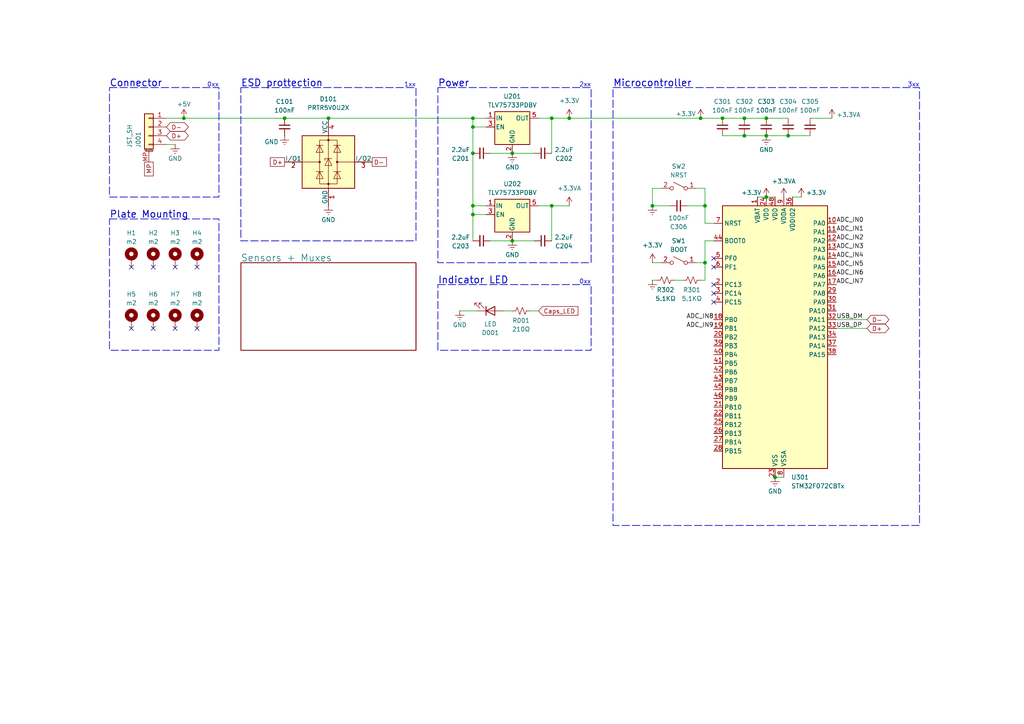
<source format=kicad_sch>
(kicad_sch (version 20250114) (generator "eeschema") (generator_version "9.0")
  (paper "A4")
  (lib_symbols
    (symbol "Connector_Generic_MountingPin:Conn_01x04_MountingPin" (pin_names (offset 1.016) (hide yes))
      (property "Reference" "J" (at 0 5.08 0))
      (property "Value" "Conn_01x04_MountingPin" (at 1.27 -7.62 0))
      (symbol "Conn_01x04_MountingPin_1_1"
        (rectangle (start -1.27 3.81) (end 1.27 -6.35) (stroke (width 0.254)) (fill (type background)))
        (rectangle (start -1.27 2.667) (end 0 2.413) (stroke (width 0.1524)))
        (rectangle (start -1.27 0.127) (end 0 -0.127) (stroke (width 0.1524)))
        (rectangle (start -1.27 -2.413) (end 0 -2.667) (stroke (width 0.1524)))
        (rectangle (start -1.27 -4.953) (end 0 -5.207) (stroke (width 0.1524)))
        (polyline (pts (xy -1.016 -7.112) (xy 1.016 -7.112)) (stroke (width 0.1524)))
        (text "Mounting" (at 0 -6.731 0) (effects (font (size 0.381 0.381))))
        (pin passive line (at -5.08 2.54 0) (length 3.81) (name "Pin_1") (number "1"))
        (pin passive line (at -5.08 0 0) (length 3.81) (name "Pin_2") (number "2"))
        (pin passive line (at -5.08 -2.54 0) (length 3.81) (name "Pin_3") (number "3"))
        (pin passive line (at -5.08 -5.08 0) (length 3.81) (name "Pin_4") (number "4"))
        (pin passive line (at 0 -10.16 90) (length 3.048) (name "MountPin") (number "MP"))
      )
    )
    (symbol "Device:C_Small" (pin_numbers (hide yes)) (pin_names (offset 0.254) (hide yes))
      (property "Reference" "C" (at 0.254 1.778 0))
      (property "Value" "C_Small" (at 0.254 -2.032 0))
      (symbol "C_Small_0_1"
        (polyline (pts (xy -1.524 0.508) (xy 1.524 0.508)) (stroke (width 0.3048)))
        (polyline (pts (xy -1.524 -0.508) (xy 1.524 -0.508)) (stroke (width 0.3302)))
      )
      (symbol "C_Small_1_1"
        (pin passive line (at 0 2.54 270) (length 2.032) (name "~") (number "1"))
        (pin passive line (at 0 -2.54 90) (length 2.032) (name "~") (number "2"))
      )
    )
    (symbol "Device:LED" (pin_numbers (hide yes)) (pin_names (offset 1.016) (hide yes))
      (property "Reference" "D" (at 0 2.54 0))
      (property "Value" "LED" (at 0 -2.54 0))
      (symbol "LED_0_1"
        (polyline (pts (xy -3.048 -0.762) (xy -4.572 -2.286) (xy -3.81 -2.286) (xy -4.572 -2.286) (xy -4.572 -1.524)))
        (polyline (pts (xy -1.778 -0.762) (xy -3.302 -2.286) (xy -2.54 -2.286) (xy -3.302 -2.286) (xy -3.302 -1.524)))
        (polyline (pts (xy -1.27 0) (xy 1.27 0)))
        (polyline (pts (xy -1.27 -1.27) (xy -1.27 1.27)) (stroke (width 0.254)))
        (polyline (pts (xy 1.27 -1.27) (xy 1.27 1.27) (xy -1.27 0) (xy 1.27 -1.27)) (stroke (width 0.254)))
      )
      (symbol "LED_1_1"
        (pin passive line (at -3.81 0 0) (length 2.54) (name "K") (number "1"))
        (pin passive line (at 3.81 0 180) (length 2.54) (name "A") (number "2"))
      )
    )
    (symbol "Device:R_Small_US" (pin_numbers (hide yes)) (pin_names (offset 0.254) (hide yes))
      (property "Reference" "R" (at 0.762 0.508 0))
      (property "Value" "R_Small_US" (at 0.762 -1.016 0))
      (symbol "R_Small_US_1_1"
        (polyline (pts (xy 0 1.524) (xy 1.016 1.143) (xy 0 0.762) (xy -1.016 0.381) (xy 0 0)))
        (polyline (pts (xy 0 0) (xy 1.016 -0.381) (xy 0 -0.762) (xy -1.016 -1.143) (xy 0 -1.524)))
        (pin passive line (at 0 2.54 270) (length 1.016) (name "~") (number "1"))
        (pin passive line (at 0 -2.54 90) (length 1.016) (name "~") (number "2"))
      )
    )
    (symbol "MCU_ST_STM32F0:STM32F072CBTx"
      (property "Reference" "U" (at -15.24 39.37 0))
      (property "Value" "STM32F072CBTx" (at 7.62 39.37 0))
      (symbol "STM32F072CBTx_0_1"
        (rectangle (start -15.24 -38.1) (end 15.24 38.1) (stroke (width 0.254)) (fill (type background)))
      )
      (symbol "STM32F072CBTx_1_1"
        (pin input line (at -17.78 33.02 0) (length 2.54) (name "NRST") (number "7"))
        (pin input line (at -17.78 27.94 0) (length 2.54) (name "BOOT0") (number "44"))
        (pin bidirectional line (at -17.78 22.86 0) (length 2.54) (name "PF0") (number "5"))
        (pin bidirectional line (at -17.78 20.32 0) (length 2.54) (name "PF1") (number "6"))
        (pin bidirectional line (at -17.78 15.24 0) (length 2.54) (name "PC13") (number "2"))
        (pin bidirectional line (at -17.78 12.7 0) (length 2.54) (name "PC14") (number "3"))
        (pin bidirectional line (at -17.78 10.16 0) (length 2.54) (name "PC15") (number "4"))
        (pin bidirectional line (at -17.78 5.08 0) (length 2.54) (name "PB0") (number "18"))
        (pin bidirectional line (at -17.78 2.54 0) (length 2.54) (name "PB1") (number "19"))
        (pin bidirectional line (at -17.78 0 0) (length 2.54) (name "PB2") (number "20"))
        (pin bidirectional line (at -17.78 -2.54 0) (length 2.54) (name "PB3") (number "39"))
        (pin bidirectional line (at -17.78 -5.08 0) (length 2.54) (name "PB4") (number "40"))
        (pin bidirectional line (at -17.78 -7.62 0) (length 2.54) (name "PB5") (number "41"))
        (pin bidirectional line (at -17.78 -10.16 0) (length 2.54) (name "PB6") (number "42"))
        (pin bidirectional line (at -17.78 -12.7 0) (length 2.54) (name "PB7") (number "43"))
        (pin bidirectional line (at -17.78 -15.24 0) (length 2.54) (name "PB8") (number "45"))
        (pin bidirectional line (at -17.78 -17.78 0) (length 2.54) (name "PB9") (number "46"))
        (pin bidirectional line (at -17.78 -20.32 0) (length 2.54) (name "PB10") (number "21"))
        (pin bidirectional line (at -17.78 -22.86 0) (length 2.54) (name "PB11") (number "22"))
        (pin bidirectional line (at -17.78 -25.4 0) (length 2.54) (name "PB12") (number "25"))
        (pin bidirectional line (at -17.78 -27.94 0) (length 2.54) (name "PB13") (number "26"))
        (pin bidirectional line (at -17.78 -30.48 0) (length 2.54) (name "PB14") (number "27"))
        (pin bidirectional line (at -17.78 -33.02 0) (length 2.54) (name "PB15") (number "28"))
        (pin power_in line (at -5.08 40.64 270) (length 2.54) (name "VBAT") (number "1"))
        (pin power_in line (at -2.54 40.64 270) (length 2.54) (name "VDD") (number "24"))
        (pin power_in line (at 0 40.64 270) (length 2.54) (name "VDD") (number "48"))
        (pin power_in line (at 0 -40.64 90) (length 2.54) (name "VSS") (number "23"))
        (pin passive line (at 0 -40.64 90) (length 2.54) (hide yes) (name "VSS") (number "35"))
        (pin passive line (at 0 -40.64 90) (length 2.54) (hide yes) (name "VSS") (number "47"))
        (pin power_in line (at 2.54 40.64 270) (length 2.54) (name "VDDA") (number "9"))
        (pin power_in line (at 2.54 -40.64 90) (length 2.54) (name "VSSA") (number "8"))
        (pin power_in line (at 5.08 40.64 270) (length 2.54) (name "VDDIO2") (number "36"))
        (pin bidirectional line (at 17.78 33.02 180) (length 2.54) (name "PA0") (number "10"))
        (pin bidirectional line (at 17.78 30.48 180) (length 2.54) (name "PA1") (number "11"))
        (pin bidirectional line (at 17.78 27.94 180) (length 2.54) (name "PA2") (number "12"))
        (pin bidirectional line (at 17.78 25.4 180) (length 2.54) (name "PA3") (number "13"))
        (pin bidirectional line (at 17.78 22.86 180) (length 2.54) (name "PA4") (number "14"))
        (pin bidirectional line (at 17.78 20.32 180) (length 2.54) (name "PA5") (number "15"))
        (pin bidirectional line (at 17.78 17.78 180) (length 2.54) (name "PA6") (number "16"))
        (pin bidirectional line (at 17.78 15.24 180) (length 2.54) (name "PA7") (number "17"))
        (pin bidirectional line (at 17.78 12.7 180) (length 2.54) (name "PA8") (number "29"))
        (pin bidirectional line (at 17.78 10.16 180) (length 2.54) (name "PA9") (number "30"))
        (pin bidirectional line (at 17.78 7.62 180) (length 2.54) (name "PA10") (number "31"))
        (pin bidirectional line (at 17.78 5.08 180) (length 2.54) (name "PA11") (number "32"))
        (pin bidirectional line (at 17.78 2.54 180) (length 2.54) (name "PA12") (number "33"))
        (pin bidirectional line (at 17.78 0 180) (length 2.54) (name "PA13") (number "34"))
        (pin bidirectional line (at 17.78 -2.54 180) (length 2.54) (name "PA14") (number "37"))
        (pin bidirectional line (at 17.78 -5.08 180) (length 2.54) (name "PA15") (number "38"))
      )
    )
    (symbol "Mechanical:MountingHole_Pad_MP" (pin_numbers (hide yes)) (pin_names (offset 1.016) (hide yes)) (in_bom no)
      (property "Reference" "H" (at 0 6.35 0))
      (property "Value" "MountingHole_Pad_MP" (at 0 4.445 0))
      (symbol "MountingHole_Pad_MP_0_1"
        (circle (center 0 1.27) (radius 1.27) (stroke (width 1.27)))
      )
      (symbol "MountingHole_Pad_MP_1_1"
        (pin input line (at 0 -2.54 90) (length 2.54) (name "MP") (number "MP"))
      )
    )
    (symbol "Power_Protection:PRTR5V0U2X" (pin_names (offset 0))
      (property "Reference" "D" (at 2.794 8.636 0))
      (property "Value" "PRTR5V0U2X" (at 8.128 -9.398 0))
      (symbol "PRTR5V0U2X_0_1"
        (rectangle (start -7.62 -7.62) (end 7.62 7.62) (stroke (width 0.254)) (fill (type background)))
        (polyline (pts (xy -3.556 2.794) (xy -1.524 2.794) (xy -2.54 4.826) (xy -3.556 2.794)))
        (polyline (pts (xy -3.556 -4.826) (xy -1.524 -4.826) (xy -2.54 -2.794) (xy -3.556 -4.826)))
        (rectangle (start -2.54 6.35) (end 2.54 -6.35))
        (circle (center -2.54 0) (radius 0.254) (fill (type outline)))
        (polyline (pts (xy -2.54 0) (xy -7.62 0)))
        (polyline (pts (xy -1.524 4.826) (xy -3.556 4.826)))
        (polyline (pts (xy -1.524 -2.794) (xy -3.556 -2.794)))
        (polyline (pts (xy -1.016 -1.016) (xy 1.016 -1.016) (xy 0 1.016) (xy -1.016 -1.016)))
        (circle (center 0 6.35) (radius 0.254) (fill (type outline)))
        (circle (center 0 -6.35) (radius 0.254) (fill (type outline)))
        (polyline (pts (xy 0 -7.62) (xy 0 7.62)))
        (polyline (pts (xy 1.016 1.016) (xy -1.016 1.016) (xy -1.016 0.508)))
        (polyline (pts (xy 1.524 4.826) (xy 3.556 4.826)))
        (polyline (pts (xy 1.524 -2.794) (xy 3.556 -2.794)))
        (polyline (pts (xy 2.54 0) (xy 7.62 0)))
        (circle (center 2.54 0) (radius 0.254) (fill (type outline)))
        (polyline (pts (xy 3.556 2.794) (xy 1.524 2.794) (xy 2.54 4.826) (xy 3.556 2.794)))
        (polyline (pts (xy 3.556 -4.826) (xy 1.524 -4.826) (xy 2.54 -2.794) (xy 3.556 -4.826)))
      )
      (symbol "PRTR5V0U2X_1_1"
        (pin passive line (at -12.7 0 0) (length 5.08) (name "I/O1") (number "2"))
        (pin passive line (at 0 12.7 270) (length 5.08) (name "VCC") (number "4"))
        (pin passive line (at 0 -12.7 90) (length 5.08) (name "GND") (number "1"))
        (pin passive line (at 12.7 0 180) (length 5.08) (name "I/O2") (number "3"))
      )
    )
    (symbol "Regulator_Linear:TLV75733PDBV" (pin_names (offset 0.254))
      (property "Reference" "U" (at -3.81 5.715 0))
      (property "Value" "TLV75733PDBV" (at 0 5.715 0))
      (symbol "TLV75733PDBV_0_1"
        (rectangle (start -5.08 4.445) (end 5.08 -5.08) (stroke (width 0.254)) (fill (type background)))
      )
      (symbol "TLV75733PDBV_1_1"
        (pin power_in line (at -7.62 2.54 0) (length 2.54) (name "IN") (number "1"))
        (pin input line (at -7.62 0 0) (length 2.54) (name "EN") (number "3"))
        (pin power_in line (at 0 -7.62 90) (length 2.54) (name "GND") (number "2"))
        (pin no_connect line (at 5.08 0 180) (length 2.54) (hide yes) (name "NC") (number "4"))
        (pin power_out line (at 7.62 2.54 180) (length 2.54) (name "OUT") (number "5"))
      )
    )
    (symbol "Switch:SW_SPST" (pin_names (offset 0) (hide yes))
      (property "Reference" "SW" (at 0 3.175 0))
      (property "Value" "SW_SPST" (at 0 -2.54 0))
      (symbol "SW_SPST_0_0"
        (circle (center -2.032 0) (radius 0.508))
        (polyline (pts (xy -1.524 0.254) (xy 1.524 1.778)))
        (circle (center 2.032 0) (radius 0.508))
      )
      (symbol "SW_SPST_1_1"
        (pin passive line (at -5.08 0 0) (length 2.54) (name "A") (number "1"))
        (pin passive line (at 5.08 0 180) (length 2.54) (name "B") (number "2"))
      )
    )
    (symbol "power:+3.3V" (power) (pin_numbers (hide yes)) (pin_names (offset 0) (hide yes))
      (property "Value" "+3.3V" (at 0 3.556 0))
      (symbol "+3.3V_0_1"
        (polyline (pts (xy -0.762 1.27) (xy 0 2.54)))
        (polyline (pts (xy 0 2.54) (xy 0.762 1.27)))
        (polyline (pts (xy 0 0) (xy 0 2.54)))
      )
      (symbol "+3.3V_1_1"
        (pin power_in line (at 0 0 90) (length 0) (name "~") (number "1"))
      )
    )
    (symbol "power:+3.3VA" (power) (pin_numbers (hide yes)) (pin_names (offset 0) (hide yes))
      (property "Value" "+3.3VA" (at 0 3.556 0))
      (symbol "+3.3VA_0_1"
        (polyline (pts (xy -0.762 1.27) (xy 0 2.54)))
        (polyline (pts (xy 0 2.54) (xy 0.762 1.27)))
        (polyline (pts (xy 0 0) (xy 0 2.54)))
      )
      (symbol "+3.3VA_1_1"
        (pin power_in line (at 0 0 90) (length 0) (name "~") (number "1"))
      )
    )
    (symbol "power:+5V" (power) (pin_numbers (hide yes)) (pin_names (offset 0) (hide yes))
      (property "Value" "+5V" (at 0 3.556 0))
      (symbol "+5V_0_1"
        (polyline (pts (xy -0.762 1.27) (xy 0 2.54)))
        (polyline (pts (xy 0 2.54) (xy 0.762 1.27)))
        (polyline (pts (xy 0 0) (xy 0 2.54)))
      )
      (symbol "+5V_1_1"
        (pin power_in line (at 0 0 90) (length 0) (name "~") (number "1"))
      )
    )
    (symbol "power:Earth" (power) (pin_numbers (hide yes)) (pin_names (offset 0) (hide yes))
      (property "Value" "Earth" (at 0 -3.81 0))
      (symbol "Earth_0_1"
        (polyline (pts (xy -0.635 -1.905) (xy 0.635 -1.905)))
        (polyline (pts (xy -0.127 -2.54) (xy 0.127 -2.54)))
        (polyline (pts (xy 0 -1.27) (xy 0 0)))
        (polyline (pts (xy 1.27 -1.27) (xy -1.27 -1.27)))
      )
      (symbol "Earth_1_1"
        (pin power_in line (at 0 0 270) (length 0) (name "~") (number "1"))
      )
    )
  )
  (rectangle (start 31.75 63.5) (end 63.5 101.6) (stroke (width 0.2) (type dash)))
  (rectangle (start 127 25.4) (end 171.45 76.2) (stroke (width 0.2) (type dash)))
  (rectangle (start 69.85 25.4) (end 120.65 69.85) (stroke (width 0.2) (type dash)))
  (rectangle (start 31.75 25.4) (end 63.5 57.15) (stroke (width 0.2) (type dash)))
  (rectangle (start 127 82.55) (end 171.45 101.6) (stroke (width 0.2) (type dash)))
  (rectangle (start 177.8 25.4) (end 266.7 152.4) (stroke (width 0.2) (type dash)))
  (text "Connector" (at 31.75 25.4 0) (effects (font (size 2 2) (thickness 0.25)) (justify left bottom)))
  (text "1xx" (at 120.65 25.4 0) (effects (font (size 1.27 1.27)) (justify right bottom)))
  (text "2xx" (at 171.45 25.4 0) (effects (font (size 1.27 1.27)) (justify right bottom)))
  (text "0xx" (at 171.45 82.55 0) (effects (font (size 1.27 1.27)) (justify right bottom)))
  (text "Plate Mounting" (at 31.75 63.5 0) (effects (font (size 2 2) (thickness 0.25)) (justify left bottom)))
  (text "ESD prottection" (at 69.85 25.4 0) (effects (font (size 2 2) (thickness 0.25)) (justify left bottom)))
  (text "3xx" (at 266.7 25.4 0) (effects (font (size 1.27 1.27)) (justify right bottom)))
  (text "Power" (at 127 25.4 0) (effects (font (size 2 2) (thickness 0.25)) (justify left bottom)))
  (text "Microcontroller" (at 177.8 25.4 0) (effects (font (size 2 2) (thickness 0.25)) (justify left bottom)))
  (text "Indicator LED" (at 127 82.55 0) (effects (font (size 2 2) (thickness 0.25)) (justify left bottom)))
  (text "0xx" (at 63.5 25.4 0) (effects (font (size 1.27 1.27)) (justify right bottom)))
  (junction (at 215.9 34.29))
  (junction (at 148.59 69.85))
  (junction (at 189.23 59.69))
  (junction (at 137.16 36.83))
  (junction (at 209.55 34.29))
  (junction (at 222.25 57.15))
  (junction (at 203.2 34.29))
  (junction (at 204.47 59.69))
  (junction (at 165.1 34.29))
  (junction (at 160.02 34.29))
  (junction (at 222.25 34.29))
  (junction (at 148.59 44.45))
  (junction (at 204.47 76.2))
  (junction (at 95.25 34.29))
  (junction (at 137.16 44.45))
  (junction (at 137.16 59.69))
  (junction (at 215.9 39.37))
  (junction (at 82.55 34.29))
  (junction (at 160.02 59.69))
  (junction (at 228.6 39.37))
  (junction (at 222.25 39.37))
  (junction (at 137.16 34.29))
  (junction (at 53.34 34.29))
  (junction (at 224.79 138.43))
  (junction (at 137.16 62.23))
  (no_connect (at 50.8 95.25))
  (no_connect (at 207.01 77.47))
  (no_connect (at 207.01 85.09))
  (no_connect (at 57.15 95.25))
  (no_connect (at 207.01 82.55))
  (no_connect (at 38.1 77.47))
  (no_connect (at 50.8 77.47))
  (no_connect (at 44.45 77.47))
  (no_connect (at 207.01 74.93))
  (no_connect (at 44.45 95.25))
  (no_connect (at 38.1 95.25))
  (no_connect (at 57.15 77.47))
  (no_connect (at 207.01 87.63))
  (wire (pts (xy 204.47 59.69) (xy 204.47 54.61)))
  (wire (pts (xy 148.59 69.85) (xy 154.94 69.85)))
  (wire (pts (xy 137.16 36.83) (xy 137.16 34.29)))
  (wire (pts (xy 53.34 34.29) (xy 82.55 34.29)))
  (wire (pts (xy 234.95 34.29) (xy 241.3 34.29)))
  (wire (pts (xy 160.02 44.45) (xy 160.02 34.29)))
  (wire (pts (xy 160.02 59.69) (xy 156.21 59.69)))
  (wire (pts (xy 137.16 59.69) (xy 140.97 59.69)))
  (wire (pts (xy 204.47 64.77) (xy 207.01 64.77)))
  (wire (pts (xy 189.23 54.61) (xy 191.77 54.61)))
  (wire (pts (xy 148.59 90.17) (xy 146.05 90.17)))
  (wire (pts (xy 137.16 44.45) (xy 137.16 59.69)))
  (wire (pts (xy 137.16 36.83) (xy 140.97 36.83)))
  (wire (pts (xy 204.47 54.61) (xy 201.93 54.61)))
  (wire (pts (xy 160.02 69.85) (xy 160.02 59.69)))
  (wire (pts (xy 203.2 34.29) (xy 209.55 34.29)))
  (wire (pts (xy 137.16 62.23) (xy 137.16 59.69)))
  (wire (pts (xy 204.47 81.28) (xy 203.2 81.28)))
  (wire (pts (xy 189.23 81.28) (xy 190.5 81.28)))
  (wire (pts (xy 165.1 59.69) (xy 160.02 59.69)))
  (wire (pts (xy 251.46 92.71) (xy 242.57 92.71)))
  (wire (pts (xy 195.58 81.28) (xy 198.12 81.28)))
  (wire (pts (xy 207.01 69.85) (xy 204.47 69.85)))
  (wire (pts (xy 222.25 57.15) (xy 219.71 57.15)))
  (wire (pts (xy 204.47 69.85) (xy 204.47 76.2)))
  (wire (pts (xy 148.59 44.45) (xy 154.94 44.45)))
  (wire (pts (xy 215.9 34.29) (xy 222.25 34.29)))
  (wire (pts (xy 222.25 34.29) (xy 228.6 34.29)))
  (wire (pts (xy 222.25 57.15) (xy 224.79 57.15)))
  (wire (pts (xy 137.16 69.85) (xy 137.16 62.23)))
  (wire (pts (xy 160.02 34.29) (xy 156.21 34.29)))
  (wire (pts (xy 251.46 95.25) (xy 242.57 95.25)))
  (wire (pts (xy 215.9 39.37) (xy 222.25 39.37)))
  (wire (pts (xy 142.24 44.45) (xy 148.59 44.45)))
  (wire (pts (xy 50.8 41.91) (xy 48.26 41.91)))
  (wire (pts (xy 222.25 39.37) (xy 228.6 39.37)))
  (wire (pts (xy 142.24 69.85) (xy 148.59 69.85)))
  (wire (pts (xy 209.55 34.29) (xy 215.9 34.29)))
  (wire (pts (xy 199.39 59.69) (xy 204.47 59.69)))
  (wire (pts (xy 133.35 90.17) (xy 138.43 90.17)))
  (wire (pts (xy 209.55 39.37) (xy 215.9 39.37)))
  (wire (pts (xy 204.47 76.2) (xy 201.93 76.2)))
  (wire (pts (xy 156.21 90.17) (xy 153.67 90.17)))
  (wire (pts (xy 137.16 62.23) (xy 140.97 62.23)))
  (wire (pts (xy 137.16 44.45) (xy 137.16 36.83)))
  (wire (pts (xy 224.79 138.43) (xy 227.33 138.43)))
  (wire (pts (xy 189.23 59.69) (xy 194.31 59.69)))
  (wire (pts (xy 189.23 76.2) (xy 191.77 76.2)))
  (wire (pts (xy 165.1 34.29) (xy 160.02 34.29)))
  (wire (pts (xy 204.47 59.69) (xy 204.47 64.77)))
  (wire (pts (xy 95.25 34.29) (xy 137.16 34.29)))
  (wire (pts (xy 204.47 76.2) (xy 204.47 81.28)))
  (wire (pts (xy 228.6 39.37) (xy 234.95 39.37)))
  (wire (pts (xy 48.26 34.29) (xy 53.34 34.29)))
  (wire (pts (xy 82.55 34.29) (xy 95.25 34.29)))
  (wire (pts (xy 229.87 57.15) (xy 232.41 57.15)))
  (wire (pts (xy 189.23 54.61) (xy 189.23 59.69)))
  (wire (pts (xy 137.16 34.29) (xy 140.97 34.29)))
  (wire (pts (xy 165.1 34.29) (xy 203.2 34.29)))
  (label "ADC_IN3" (at 242.57 72.39 0))
  (label "ADC_IN9" (at 207.01 95.25 180))
  (label "ADC_IN5" (at 242.57 77.47 0))
  (label "ADC_IN2" (at 242.57 69.85 0))
  (label "USB_DP" (at 242.57 95.25 0))
  (label "ADC_IN4" (at 242.57 74.93 0))
  (label "ADC_IN8" (at 207.01 92.71 180))
  (label "ADC_IN1" (at 242.57 67.31 0))
  (label "ADC_IN0" (at 242.57 64.77 0))
  (label "ADC_IN7" (at 242.57 82.55 0))
  (label "ADC_IN6" (at 242.57 80.01 0))
  (label "USB_DM" (at 242.57 92.71 0))
  (global_label "D+" (shape bidirectional) (at 251.46 95.25 0) (property "Intersheetrefs" "${INTERSHEET_REFS}" (effects (hide yes))))
  (global_label "MP" (shape passive) (at 43.18 46.99 270) (property "Intersheetrefs" "${INTERSHEET_REFS}" (effects (hide yes))))
  (global_label "D+" (shape passive) (at 82.55 46.99 180) (property "Intersheetrefs" "${INTERSHEET_REFS}" (effects (hide yes))))
  (global_label "Caps_LED" (shape input) (at 156.21 90.17 0) (property "Intersheetrefs" "${INTERSHEET_REFS}" (effects (hide yes))))
  (global_label "D-" (shape passive) (at 107.95 46.99 0) (property "Intersheetrefs" "${INTERSHEET_REFS}" (effects (hide yes))))
  (global_label "D+" (shape bidirectional) (at 48.26 39.37 0) (property "Intersheetrefs" "${INTERSHEET_REFS}" (effects (hide yes))))
  (global_label "D-" (shape bidirectional) (at 251.46 92.71 0) (property "Intersheetrefs" "${INTERSHEET_REFS}" (effects (hide yes))))
  (global_label "D-" (shape bidirectional) (at 48.26 36.83 0) (property "Intersheetrefs" "${INTERSHEET_REFS}" (effects (hide yes))))
  (symbol (lib_id "Mechanical:MountingHole_Pad_MP") (at 38.1 74.93 0) (unit 1) (in_bom no)
    (property "Reference" "H1" (at 38.1 67.564 0))
    (property "Value" "m2" (at 38.1 70.104 0))
    (property "Footprint" "MountingHole:MountingHole_2.2mm_M2_Pad" (effects (hide yes)))
    (property "Description" "Mounting Hole with connection as pad named MP" (effects (hide yes)))
  )
  (symbol (lib_id "power:+3.3VA") (at 227.33 57.15 0) (unit 1)
    (property "Reference" "#PWR017" (effects (hide yes)))
    (property "Value" "+3.3VA" (at 227.33 52.578 0))
    (property "Description" "Power symbol creates a global label with name \"+3.3VA\"" (effects (hide yes)))
  )
  (symbol (lib_id "power:Earth") (at 148.59 69.85 0) (mirror y) (unit 1)
    (property "Reference" "#PWR02" (effects (hide yes)))
    (property "Value" "GND" (at 148.59 73.914 0))
    (property "Description" "Power symbol creates a global label with name \"Earth\"" (effects (hide yes)))
  )
  (symbol (lib_id "Device:C_Small") (at 157.48 69.85 90) (mirror x) (unit 1)
    (property "Reference" "C204" (at 163.576 71.374 90))
    (property "Value" "2.2uF" (at 163.576 68.834 90))
    (property "Footprint" "Capacitor_SMD:C_1206_3216Metric" (effects (hide yes)))
    (property "Description" "Unpolarized capacitor, small symbol" (effects (hide yes)))
  )
  (symbol (lib_id "Device:C_Small") (at 209.55 36.83 0) (unit 1)
    (property "Reference" "C301" (at 209.55 29.464 0))
    (property "Value" "100nF" (at 209.55 32.004 0))
    (property "Footprint" "Capacitor_SMD:C_0805_2012Metric" (effects (hide yes)))
    (property "Description" "Unpolarized capacitor, small symbol" (effects (hide yes)))
  )
  (symbol (lib_id "Mechanical:MountingHole_Pad_MP") (at 44.45 92.71 0) (unit 1) (in_bom no)
    (property "Reference" "H6" (at 44.45 85.344 0))
    (property "Value" "m2" (at 44.45 87.884 0))
    (property "Footprint" "MountingHole:MountingHole_2.2mm_M2_Pad" (effects (hide yes)))
    (property "Description" "Mounting Hole with connection as pad named MP" (effects (hide yes)))
  )
  (symbol (lib_id "power:+3.3V") (at 222.25 57.15 0) (mirror y) (unit 1)
    (property "Reference" "#PWR016" (effects (hide yes)))
    (property "Value" "+3.3V" (at 217.932 55.88 0))
    (property "Description" "Power symbol creates a global label with name \"+3.3V\"" (effects (hide yes)))
  )
  (symbol (lib_id "Connector_Generic_MountingPin:Conn_01x04_MountingPin") (at 43.18 36.83 0) (mirror y) (unit 1)
    (property "Reference" "J001" (at 40.132 42.926 90) (effects (justify left)))
    (property "Value" "JST_SH" (at 37.592 42.926 90) (effects (justify left)))
    (property "Footprint" "Connector_JST:JST_SH_SM04B-SRSS-TB_1x04-1MP_P1.00mm_Horizontal" (effects (hide yes)))
    (property "Description" "Generic connectable mounting pin connector, single row, 01x04, script generated (kicad-library-utils/schlib/autogen/connector/)" (effects (hide yes)))
  )
  (symbol (lib_id "Mechanical:MountingHole_Pad_MP") (at 38.1 92.71 0) (unit 1) (in_bom no)
    (property "Reference" "H5" (at 38.1 85.344 0))
    (property "Value" "m2" (at 38.1 87.884 0))
    (property "Footprint" "MountingHole:MountingHole_2.2mm_M2_Pad" (effects (hide yes)))
    (property "Description" "Mounting Hole with connection as pad named MP" (effects (hide yes)))
  )
  (symbol (lib_id "MCU_ST_STM32F0:STM32F072CBTx") (at 224.79 97.79 0) (unit 1)
    (property "Reference" "U301" (at 229.4733 138.43 0) (effects (justify left)))
    (property "Value" "STM32F072CBTx" (at 229.4733 140.97 0) (effects (justify left)))
    (property "Footprint" "Package_QFP:LQFP-48_7x7mm_P0.5mm" (effects (hide yes)))
    (property "Datasheet" "https://www.st.com/resource/en/datasheet/stm32f072cb.pdf" (effects (hide yes)))
    (property "Description" "STMicroelectronics Arm Cortex-M0 MCU, 128KB flash, 16KB RAM, 48 MHz, 2.0-3.6V, 37 GPIO, LQFP48" (effects (hide yes)))
  )
  (symbol (lib_id "Mechanical:MountingHole_Pad_MP") (at 50.8 92.71 0) (unit 1) (in_bom no)
    (property "Reference" "H7" (at 50.8 85.344 0))
    (property "Value" "m2" (at 50.8 87.884 0))
    (property "Footprint" "MountingHole:MountingHole_2.2mm_M2_Pad" (effects (hide yes)))
    (property "Description" "Mounting Hole with connection as pad named MP" (effects (hide yes)))
  )
  (symbol (lib_id "Regulator_Linear:TLV75733PDBV") (at 148.59 62.23 0) (unit 1)
    (property "Reference" "U202" (at 148.59 53.34 0))
    (property "Value" "TLV75733PDBV" (at 148.59 55.88 0))
    (property "Footprint" "Package_TO_SOT_SMD:SOT-23-5" (effects (hide yes)))
    (property "Datasheet" "https://www.ti.com/lit/ds/symlink/tlv757p.pdf" (effects (hide yes)))
    (property "Description" "1A Low IQ Small Size Low Dropout Voltage Regulator, Fixed Output 3.3V, SOT-23-5" (effects (hide yes)))
  )
  (symbol (lib_id "power:+3.3V") (at 165.1 34.29 0) (unit 1)
    (property "Reference" "#PWR03" (effects (hide yes)))
    (property "Value" "+3.3V" (at 165.1 29.21 0))
    (property "Description" "Power symbol creates a global label with name \"+3.3V\"" (effects (hide yes)))
  )
  (symbol (lib_id "Device:C_Small") (at 222.25 36.83 0) (unit 1)
    (property "Reference" "C303" (at 222.25 29.464 0))
    (property "Value" "100nF" (at 222.25 32.004 0))
    (property "Footprint" "Capacitor_SMD:C_0805_2012Metric" (effects (hide yes)))
    (property "Description" "Unpolarized capacitor, small symbol" (effects (hide yes)))
  )
  (symbol (lib_id "power:Earth") (at 222.25 39.37 0) (unit 1)
    (property "Reference" "#PWR013" (effects (hide yes)))
    (property "Value" "GND" (at 222.25 43.434 0))
    (property "Description" "Power symbol creates a global label with name \"Earth\"" (effects (hide yes)))
  )
  (symbol (lib_id "Mechanical:MountingHole_Pad_MP") (at 57.15 92.71 0) (unit 1) (in_bom no)
    (property "Reference" "H8" (at 57.15 85.344 0))
    (property "Value" "m2" (at 57.15 87.884 0))
    (property "Footprint" "MountingHole:MountingHole_2.2mm_M2_Pad" (effects (hide yes)))
    (property "Description" "Mounting Hole with connection as pad named MP" (effects (hide yes)))
  )
  (symbol (lib_id "Device:LED") (at 142.24 90.17 0) (mirror x) (unit 1)
    (property "Reference" "D001" (at 142.24 96.52 0))
    (property "Value" "LED" (at 142.24 93.98 0))
    (property "Footprint" "LED_SMD:LED_1206_3216Metric_ReverseMount_Hole1.8x2.4mm" (effects (hide yes)))
    (property "Description" "Light emitting diode" (effects (hide yes)))
    (property "Sim.Pins" "1=K 2=A" (effects (hide yes)))
  )
  (symbol (lib_id "power:Earth") (at 133.35 90.17 0) (unit 1)
    (property "Reference" "#PWR014" (effects (hide yes)))
    (property "Value" "GND" (at 133.35 94.234 0))
    (property "Description" "Power symbol creates a global label with name \"Earth\"" (effects (hide yes)))
  )
  (symbol (lib_id "power:Earth") (at 189.23 81.28 0) (unit 1)
    (property "Reference" "#PWR010" (effects (hide yes)))
    (property "Value" "GND" (effects (hide yes)))
    (property "Description" "Power symbol creates a global label with name \"Earth\"" (effects (hide yes)))
  )
  (symbol (lib_id "Mechanical:MountingHole_Pad_MP") (at 44.45 74.93 0) (unit 1) (in_bom no)
    (property "Reference" "H2" (at 44.45 67.564 0))
    (property "Value" "m2" (at 44.45 70.104 0))
    (property "Footprint" "MountingHole:MountingHole_2.2mm_M2_Pad" (effects (hide yes)))
    (property "Description" "Mounting Hole with connection as pad named MP" (effects (hide yes)))
  )
  (symbol (lib_id "power:Earth") (at 50.8 41.91 0) (mirror y) (unit 1)
    (property "Reference" "#PWR07" (effects (hide yes)))
    (property "Value" "GND" (at 50.8 45.974 0))
    (property "Description" "Power symbol creates a global label with name \"Earth\"" (effects (hide yes)))
  )
  (symbol (lib_id "power:Earth") (at 148.59 44.45 0) (mirror y) (unit 1)
    (property "Reference" "#PWR01" (effects (hide yes)))
    (property "Value" "GND" (at 148.59 48.514 0))
    (property "Description" "Power symbol creates a global label with name \"Earth\"" (effects (hide yes)))
  )
  (symbol (lib_id "Switch:SW_SPST") (at 196.85 54.61 0) (mirror y) (unit 1)
    (property "Reference" "SW2" (at 196.85 48.26 0))
    (property "Value" "NRST" (at 196.85 50.8 0))
    (property "Footprint" "PCM_marbastlib-various:SW_SPST_SKQG_WithStem" (effects (hide yes)))
    (property "Description" "Single Pole Single Throw (SPST) switch" (effects (hide yes)))
  )
  (symbol (lib_id "Device:R_Small_US") (at 193.04 81.28 90) (unit 1)
    (property "Reference" "R302" (at 193.04 84.074 90))
    (property "Value" "5.1KΩ" (at 193.04 86.614 90))
    (property "Footprint" "Resistor_SMD:R_0805_2012Metric" (effects (hide yes)))
    (property "Description" "Resistor, small US symbol" (effects (hide yes)))
  )
  (symbol (lib_id "Device:C_Small") (at 139.7 44.45 270) (unit 1)
    (property "Reference" "C201" (at 133.604 45.974 90))
    (property "Value" "2.2uF" (at 133.604 43.434 90))
    (property "Footprint" "Capacitor_SMD:C_1206_3216Metric" (effects (hide yes)))
    (property "Description" "Unpolarized capacitor, small symbol" (effects (hide yes)))
  )
  (symbol (lib_id "power:+3.3VA") (at 241.3 34.29 0) (unit 1)
    (property "Reference" "#PWR011" (effects (hide yes)))
    (property "Value" "+3.3VA" (at 246.126 33.274 0))
    (property "Description" "Power symbol creates a global label with name \"+3.3VA\"" (effects (hide yes)))
  )
  (symbol (lib_id "power:+3.3V") (at 232.41 57.15 0) (unit 1)
    (property "Reference" "#PWR018" (effects (hide yes)))
    (property "Value" "+3.3V" (at 236.728 55.88 0))
    (property "Description" "Power symbol creates a global label with name \"+3.3V\"" (effects (hide yes)))
  )
  (symbol (lib_id "Device:R_Small_US") (at 151.13 90.17 90) (unit 1)
    (property "Reference" "R001" (at 151.13 92.964 90))
    (property "Value" "210Ω" (at 151.13 95.504 90))
    (property "Footprint" "Resistor_SMD:R_0805_2012Metric" (effects (hide yes)))
    (property "Description" "Resistor, small US symbol" (effects (hide yes)))
    (property "LCSC" "C5357171" (effects (hide yes)))
  )
  (symbol (lib_id "Device:C_Small") (at 82.55 36.83 0) (unit 1)
    (property "Reference" "C101" (at 82.55 29.464 0))
    (property "Value" "100nF" (at 82.55 32.004 0))
    (property "Footprint" "Capacitor_SMD:C_0805_2012Metric" (effects (hide yes)))
    (property "Description" "Unpolarized capacitor, small symbol" (effects (hide yes)))
  )
  (symbol (lib_id "power:+5V") (at 53.34 34.29 0) (unit 1)
    (property "Reference" "#PWR015" (effects (hide yes)))
    (property "Value" "+5V" (at 53.34 30.226 0))
    (property "Description" "Power symbol creates a global label with name \"+5V\"" (effects (hide yes)))
  )
  (symbol (lib_id "power:Earth") (at 95.25 59.69 0) (unit 1)
    (property "Reference" "#PWR06" (effects (hide yes)))
    (property "Value" "GND" (at 95.25 63.754 0))
    (property "Description" "Power symbol creates a global label with name \"Earth\"" (effects (hide yes)))
  )
  (symbol (lib_id "power:+3.3V") (at 203.2 34.29 0) (mirror y) (unit 1)
    (property "Reference" "#PWR012" (effects (hide yes)))
    (property "Value" "+3.3V" (at 198.882 33.02 0))
    (property "Description" "Power symbol creates a global label with name \"+3.3V\"" (effects (hide yes)))
  )
  (symbol (lib_id "Device:C_Small") (at 157.48 44.45 90) (mirror x) (unit 1)
    (property "Reference" "C202" (at 163.576 45.974 90))
    (property "Value" "2.2uF" (at 163.576 43.434 90))
    (property "Footprint" "Capacitor_SMD:C_1206_3216Metric" (effects (hide yes)))
    (property "Description" "Unpolarized capacitor, small symbol" (effects (hide yes)))
  )
  (symbol (lib_id "power:Earth") (at 82.55 39.37 0) (mirror y) (unit 1)
    (property "Reference" "#PWR05" (effects (hide yes)))
    (property "Value" "GND" (at 78.74 41.148 0))
    (property "Description" "Power symbol creates a global label with name \"Earth\"" (effects (hide yes)))
  )
  (symbol (lib_id "power:+3.3V") (at 189.23 76.2 0) (unit 1)
    (property "Reference" "#PWR09" (effects (hide yes)))
    (property "Value" "+3.3V" (at 189.23 71.12 0))
    (property "Description" "Power symbol creates a global label with name \"+3.3V\"" (effects (hide yes)))
  )
  (symbol (lib_id "Mechanical:MountingHole_Pad_MP") (at 50.8 74.93 0) (unit 1) (in_bom no)
    (property "Reference" "H3" (at 50.8 67.564 0))
    (property "Value" "m2" (at 50.8 70.104 0))
    (property "Footprint" "MountingHole:MountingHole_2.2mm_M2_Pad" (effects (hide yes)))
    (property "Description" "Mounting Hole with connection as pad named MP" (effects (hide yes)))
  )
  (symbol (lib_id "power:Earth") (at 224.79 138.43 0) (unit 1)
    (property "Reference" "#PWR019" (effects (hide yes)))
    (property "Value" "GND" (at 224.79 142.494 0))
    (property "Description" "Power symbol creates a global label with name \"Earth\"" (effects (hide yes)))
  )
  (symbol (lib_id "Regulator_Linear:TLV75733PDBV") (at 148.59 36.83 0) (unit 1)
    (property "Reference" "U201" (at 148.59 27.94 0))
    (property "Value" "TLV75733PDBV" (at 148.59 30.48 0))
    (property "Footprint" "Package_TO_SOT_SMD:SOT-23-5" (effects (hide yes)))
    (property "Datasheet" "https://www.ti.com/lit/ds/symlink/tlv757p.pdf" (effects (hide yes)))
    (property "Description" "1A Low IQ Small Size Low Dropout Voltage Regulator, Fixed Output 3.3V, SOT-23-5" (effects (hide yes)))
  )
  (symbol (lib_id "Device:R_Small_US") (at 200.66 81.28 90) (unit 1)
    (property "Reference" "R301" (at 200.66 84.074 90))
    (property "Value" "5.1KΩ" (at 200.66 86.614 90))
    (property "Footprint" "Resistor_SMD:R_0805_2012Metric" (effects (hide yes)))
    (property "Description" "Resistor, small US symbol" (effects (hide yes)))
  )
  (symbol (lib_id "Device:C_Small") (at 215.9 36.83 0) (unit 1)
    (property "Reference" "C302" (at 215.9 29.464 0))
    (property "Value" "100nF" (at 215.9 32.004 0))
    (property "Footprint" "Capacitor_SMD:C_0805_2012Metric" (effects (hide yes)))
    (property "Description" "Unpolarized capacitor, small symbol" (effects (hide yes)))
  )
  (symbol (lib_id "power:Earth") (at 189.23 59.69 0) (unit 1)
    (property "Reference" "#PWR08" (effects (hide yes)))
    (property "Value" "GND" (effects (hide yes)))
    (property "Description" "Power symbol creates a global label with name \"Earth\"" (effects (hide yes)))
  )
  (symbol (lib_id "power:+3.3VA") (at 165.1 59.69 0) (unit 1)
    (property "Reference" "#PWR04" (effects (hide yes)))
    (property "Value" "+3.3VA" (at 165.1 54.61 0))
    (property "Description" "Power symbol creates a global label with name \"+3.3VA\"" (effects (hide yes)))
  )
  (symbol (lib_id "Switch:SW_SPST") (at 196.85 76.2 0) (mirror y) (unit 1)
    (property "Reference" "SW1" (at 196.85 69.85 0))
    (property "Value" "BOOT" (at 196.85 72.39 0))
    (property "Footprint" "PCM_marbastlib-various:SW_SPST_SKQG_WithStem" (effects (hide yes)))
    (property "Description" "Single Pole Single Throw (SPST) switch" (effects (hide yes)))
  )
  (symbol (lib_id "Device:C_Small") (at 139.7 69.85 270) (unit 1)
    (property "Reference" "C203" (at 133.604 71.374 90))
    (property "Value" "2.2uF" (at 133.604 68.834 90))
    (property "Footprint" "Capacitor_SMD:C_1206_3216Metric" (effects (hide yes)))
    (property "Description" "Unpolarized capacitor, small symbol" (effects (hide yes)))
  )
  (symbol (lib_id "Device:C_Small") (at 228.6 36.83 0) (unit 1)
    (property "Reference" "C304" (at 228.6 29.464 0))
    (property "Value" "100nF" (at 228.6 32.004 0))
    (property "Footprint" "Capacitor_SMD:C_0805_2012Metric" (effects (hide yes)))
    (property "Description" "Unpolarized capacitor, small symbol" (effects (hide yes)))
  )
  (symbol (lib_id "Device:C_Small") (at 196.85 59.69 90) (unit 1)
    (property "Reference" "C306" (at 196.85 65.786 90))
    (property "Value" "100nF" (at 196.85 63.246 90))
    (property "Footprint" "Capacitor_SMD:C_0805_2012Metric" (effects (hide yes)))
    (property "Description" "Unpolarized capacitor, small symbol" (effects (hide yes)))
  )
  (symbol (lib_id "Device:C_Small") (at 234.95 36.83 0) (unit 1)
    (property "Reference" "C305" (at 234.95 29.464 0))
    (property "Value" "100nF" (at 234.95 32.004 0))
    (property "Footprint" "Capacitor_SMD:C_0805_2012Metric" (effects (hide yes)))
    (property "Description" "Unpolarized capacitor, small symbol" (effects (hide yes)))
  )
  (symbol (lib_id "Mechanical:MountingHole_Pad_MP") (at 57.15 74.93 0) (unit 1) (in_bom no)
    (property "Reference" "H4" (at 57.15 67.564 0))
    (property "Value" "m2" (at 57.15 70.104 0))
    (property "Footprint" "MountingHole:MountingHole_2.2mm_M2_Pad" (effects (hide yes)))
    (property "Description" "Mounting Hole with connection as pad named MP" (effects (hide yes)))
  )
  (symbol (lib_id "Power_Protection:PRTR5V0U2X") (at 95.25 46.99 0) (unit 1)
    (property "Reference" "D101" (at 95.25 28.702 0))
    (property "Value" "PRTR5V0U2X" (at 95.25 31.242 0))
    (property "Footprint" "Package_TO_SOT_SMD:SOT-143" (effects (hide yes)))
    (property "Datasheet" "https://assets.nexperia.com/documents/data-sheet/PRTR5V0U2X.pdf" (effects (hide yes)))
    (property "Description" "Ultra low capacitance double rail-to-rail ESD protection diode, SOT-143" (effects (hide yes)))
  )
  (sheet (at 69.85 76.2) (size 50.8 25.4) (stroke (width 0.2))
    (property "Sheetname" "Sensors + Muxes" (at 69.85 75.946 0) (effects (font (size 2 2)) (justify left bottom)))
    (property "Sheetfile" "Sensors.kicad_sch" (effects (hide yes)))
  )
)
</source>
